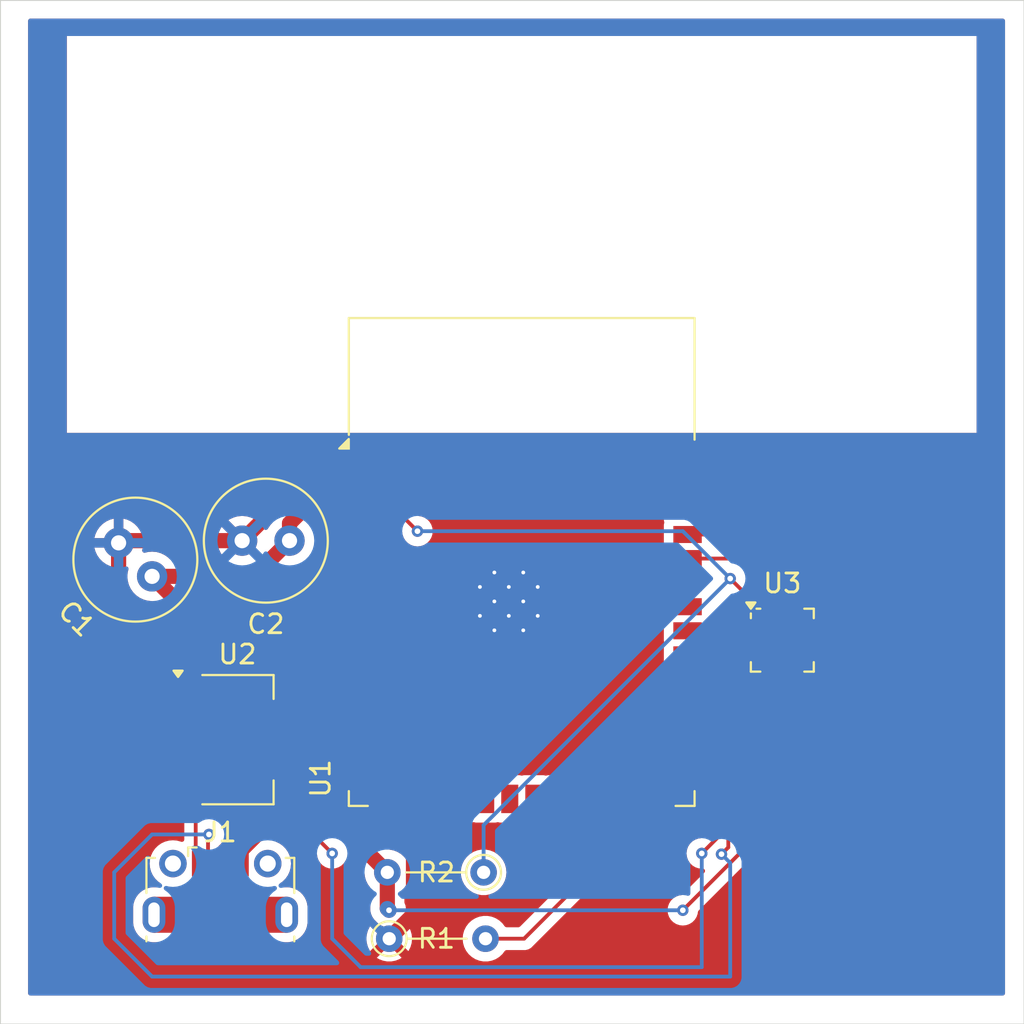
<source format=kicad_pcb>
(kicad_pcb (version 20240108) (generator "pcbnew") (generator_version "8.0")
  (layers (0 "F.Cu" signal) (31 "B.Cu" signal) (34 "B.Paste" user) (35 "F.Paste" user) (36 "B.SilkS" user "B.Silkscreen") (37 "F.SilkS" user "F.Silkscreen") (38 "B.Mask" user) (39 "F.Mask" user) (44 "Edge.Cuts" user))
  (net 0 "")
  (net 1 "GND")
  (net 2 "/+3.3V")
  (net 4 "/VBUS")
  (net 5 "unconnected-(J1-Shield-Pad6)_1")
  (net 9 "/D-")
  (net 14 "/D+")
  (net 15 "/GPIO0")
  (net 35 "/RX")
  (net 47 "/TX")
  (net 51 "/EN")
  (net 53 "/CTS")
  (footprint "Connector_USB:USB_Micro-B_Molex-105017-0001" (layer "F.Cu") (at 103.6 101)
    (property "Reference" "J1" (at 0 -3.1125 0) (layer "F.SilkS"))
    (property "Value" "USB_B_Micro")
    (fp_line (start -3.9 -1.7625) (end -3.45 -1.7625) (stroke (width 0.12)) (layer "F.SilkS"))
    (fp_line (start -3.9 0.0875) (end -3.9 -1.7625) (stroke (width 0.12)) (layer "F.SilkS"))
    (fp_line (start -3.9 2.6375) (end -3.9 2.3875) (stroke (width 0.12)) (layer "F.SilkS"))
    (fp_line (start -1.7 -2.3125) (end -1.7 -1.8625) (stroke (width 0.12)) (layer "F.SilkS"))
    (fp_line (start -1.7 -2.3125) (end -1.25 -2.3125) (stroke (width 0.12)) (layer "F.SilkS"))
    (fp_line (start 3.9 -1.7625) (end 3.45 -1.7625) (stroke (width 0.12)) (layer "F.SilkS"))
    (fp_line (start 3.9 0.0875) (end 3.9 -1.7625) (stroke (width 0.12)) (layer "F.SilkS"))
    (fp_line (start 3.9 2.6375) (end 3.9 2.3875) (stroke (width 0.12)) (layer "F.SilkS"))
    (pad "1" smd rect (at -1.3 -1.4625) (size 0.4 1.35) (layers "F.Cu" "F.Paste" "F.Mask") (net 4 "/VBUS"))
    (pad "2" smd rect (at -0.65 -1.4625) (size 0.4 1.35) (layers "F.Cu" "F.Paste" "F.Mask") (net 9 "/D-"))
    (pad "3" smd rect (at 0 -1.4625) (size 0.4 1.35) (layers "F.Cu" "F.Paste" "F.Mask") (net 14 "/D+"))
    (pad "4" smd rect (at 0.65 -1.4625) (size 0.4 1.35) (layers "F.Cu" "F.Paste" "F.Mask"))
    (pad "5" smd rect (at 1.3 -1.4625) (size 0.4 1.35) (layers "F.Cu" "F.Paste" "F.Mask") (net 1 "GND"))
    (pad "6" thru_hole oval (at -3.5 1.2375 180) (size 1.2 1.9) (drill oval 0.6 1.3) (property pad_prop_heatsink) (layers "*.Cu" "*.Mask" "In1.Cu" "In2.Cu" "In3.Cu" "In4.Cu" "In5.Cu" "In6.Cu" "In7.Cu" "In8.Cu" "In9.Cu" "In10.Cu" "In11.Cu" "In12.Cu" "In13.Cu" "In14.Cu" "In15.Cu" "In16.Cu" "In17.Cu" "In18.Cu" "In19.Cu" "In20.Cu" "In21.Cu" "In22.Cu" "In23.Cu" "In24.Cu" "In25.Cu" "In26.Cu" "In27.Cu" "In28.Cu" "In29.Cu" "In30.Cu"))
    (pad "6" smd rect (at -2.9 1.2375) (size 1.2 1.9) (layers "F.Cu" "F.Mask"))
    (pad "6" thru_hole circle (at -2.5 -1.4625) (size 1.45 1.45) (drill 0.85) (property pad_prop_heatsink) (layers "*.Cu" "*.Mask" "In1.Cu" "In2.Cu" "In3.Cu" "In4.Cu" "In5.Cu" "In6.Cu" "In7.Cu" "In8.Cu" "In9.Cu" "In10.Cu" "In11.Cu" "In12.Cu" "In13.Cu" "In14.Cu" "In15.Cu" "In16.Cu" "In17.Cu" "In18.Cu" "In19.Cu" "In20.Cu" "In21.Cu" "In22.Cu" "In23.Cu" "In24.Cu" "In25.Cu" "In26.Cu" "In27.Cu" "In28.Cu" "In29.Cu" "In30.Cu"))
    (pad "6" smd rect (at -1 1.2375) (size 1.5 1.9) (layers "F.Cu" "F.Paste" "F.Mask"))
    (pad "6" smd rect (at 1 1.2375) (size 1.5 1.9) (layers "F.Cu" "F.Paste" "F.Mask"))
    (pad "6" thru_hole circle (at 2.5 -1.4625) (size 1.45 1.45) (drill 0.85) (property pad_prop_heatsink) (layers "*.Cu" "*.Mask" "In1.Cu" "In2.Cu" "In3.Cu" "In4.Cu" "In5.Cu" "In6.Cu" "In7.Cu" "In8.Cu" "In9.Cu" "In10.Cu" "In11.Cu" "In12.Cu" "In13.Cu" "In14.Cu" "In15.Cu" "In16.Cu" "In17.Cu" "In18.Cu" "In19.Cu" "In20.Cu" "In21.Cu" "In22.Cu" "In23.Cu" "In24.Cu" "In25.Cu" "In26.Cu" "In27.Cu" "In28.Cu" "In29.Cu" "In30.Cu") (net 5 "unconnected-(J1-Shield-Pad6)_1"))
    (pad "6" smd rect (at 2.9 1.2375) (size 1.2 1.9) (layers "F.Cu" "F.Mask"))
    (pad "6" thru_hole oval (at 3.5 1.2375) (size 1.2 1.9) (drill oval 0.6 1.3) (property pad_prop_heatsink) (layers "*.Cu" "*.Mask" "In1.Cu" "In2.Cu" "In3.Cu" "In4.Cu" "In5.Cu" "In6.Cu" "In7.Cu" "In8.Cu" "In9.Cu" "In10.Cu" "In11.Cu" "In12.Cu" "In13.Cu" "In14.Cu" "In15.Cu" "In16.Cu" "In17.Cu" "In18.Cu" "In19.Cu" "In20.Cu" "In21.Cu" "In22.Cu" "In23.Cu" "In24.Cu" "In25.Cu" "In26.Cu" "In27.Cu" "In28.Cu" "In29.Cu" "In30.Cu"))
  )
  (footprint "Capacitor_THT:C_Radial_D6.3mm_H11.0mm_P2.50mm" (layer "F.Cu") (at 107.249999 82.5 180)
    (property "Reference" "C2" (at 1.25 -4.4 0) (layer "F.SilkS"))
    (property "Value" "0.00001")
    (fp_circle (center 1.25 0) (end 4.52 0) (stroke (width 0.12)) (fill none) (layer "F.SilkS"))
    (pad "1" thru_hole circle (at 0 0 180) (size 1.6 1.6) (drill 0.8) (layers "*.Cu" "*.Mask" "In1.Cu" "In2.Cu" "In3.Cu" "In4.Cu" "In5.Cu" "In6.Cu" "In7.Cu" "In8.Cu" "In9.Cu" "In10.Cu" "In11.Cu" "In12.Cu" "In13.Cu" "In14.Cu" "In15.Cu" "In16.Cu" "In17.Cu" "In18.Cu" "In19.Cu" "In20.Cu" "In21.Cu" "In22.Cu" "In23.Cu" "In24.Cu" "In25.Cu" "In26.Cu" "In27.Cu" "In28.Cu" "In29.Cu" "In30.Cu") (net 2 "/+3.3V"))
    (pad "2" thru_hole circle (at 2.5 0 180) (size 1.6 1.6) (drill 0.8) (layers "*.Cu" "*.Mask" "In1.Cu" "In2.Cu" "In3.Cu" "In4.Cu" "In5.Cu" "In6.Cu" "In7.Cu" "In8.Cu" "In9.Cu" "In10.Cu" "In11.Cu" "In12.Cu" "In13.Cu" "In14.Cu" "In15.Cu" "In16.Cu" "In17.Cu" "In18.Cu" "In19.Cu" "In20.Cu" "In21.Cu" "In22.Cu" "In23.Cu" "In24.Cu" "In25.Cu" "In26.Cu" "In27.Cu" "In28.Cu" "In29.Cu" "In30.Cu") (net 1 "GND"))
  )
  (footprint "Capacitor_THT:C_Radial_D6.3mm_H11.0mm_P2.50mm" (layer "F.Cu") (at 100 84.383883 135)
    (property "Reference" "C1" (at 1.25 -4.4 135) (layer "F.SilkS"))
    (property "Value" "0.0000001")
    (fp_circle (center 1.249999 0) (end 4.52 0) (stroke (width 0.12)) (fill none) (layer "F.SilkS"))
    (pad "1" thru_hole circle (at 0 0 135) (size 1.6 1.6) (drill 0.8) (layers "*.Cu" "*.Mask" "In1.Cu" "In2.Cu" "In3.Cu" "In4.Cu" "In5.Cu" "In6.Cu" "In7.Cu" "In8.Cu" "In9.Cu" "In10.Cu" "In11.Cu" "In12.Cu" "In13.Cu" "In14.Cu" "In15.Cu" "In16.Cu" "In17.Cu" "In18.Cu" "In19.Cu" "In20.Cu" "In21.Cu" "In22.Cu" "In23.Cu" "In24.Cu" "In25.Cu" "In26.Cu" "In27.Cu" "In28.Cu" "In29.Cu" "In30.Cu") (net 2 "/+3.3V"))
    (pad "2" thru_hole circle (at 2.5 0 135) (size 1.6 1.6) (drill 0.8) (layers "*.Cu" "*.Mask" "In1.Cu" "In2.Cu" "In3.Cu" "In4.Cu" "In5.Cu" "In6.Cu" "In7.Cu" "In8.Cu" "In9.Cu" "In10.Cu" "In11.Cu" "In12.Cu" "In13.Cu" "In14.Cu" "In15.Cu" "In16.Cu" "In17.Cu" "In18.Cu" "In19.Cu" "In20.Cu" "In21.Cu" "In22.Cu" "In23.Cu" "In24.Cu" "In25.Cu" "In26.Cu" "In27.Cu" "In28.Cu" "In29.Cu" "In30.Cu") (net 1 "GND"))
  )
  (footprint "RF_Module:ESP32-WROOM-32" (layer "F.Cu") (at 119.5 86.615)
    (property "Reference" "U1" (at -10.61 8.43 90) (layer "F.SilkS"))
    (property "Value" "ESP32-WROOM-32")
    (fp_line (start -9.12 -15.86) (end -9.12 -9.7) (stroke (width 0.12)) (layer "F.SilkS"))
    (fp_line (start -9.12 -15.86) (end 9.12 -15.86) (stroke (width 0.12)) (layer "F.SilkS"))
    (fp_line (start -9.12 9.1) (end -9.12 9.88) (stroke (width 0.12)) (layer "F.SilkS"))
    (fp_line (start -9.12 9.88) (end -8.12 9.88) (stroke (width 0.12)) (layer "F.SilkS"))
    (fp_line (start 9.12 -15.86) (end 9.12 -9.445) (stroke (width 0.12)) (layer "F.SilkS"))
    (fp_line (start 9.12 9.1) (end 9.12 9.88) (stroke (width 0.12)) (layer "F.SilkS"))
    (fp_line (start 9.12 9.88) (end 8.12 9.88) (stroke (width 0.12)) (layer "F.SilkS"))
    (fp_poly (pts (xy -9.125 -8.975) (xy -9.625 -8.975) (xy -9.125 -9.475) (xy -9.125 -8.975)) (stroke (width 0.12)) (fill solid) (layer "F.SilkS"))
    (pad "1" smd rect (at -8.75 -8.25) (size 1.5 0.9) (layers "F.Cu" "F.Paste" "F.Mask") (net 1 "GND"))
    (pad "2" smd rect (at -8.75 -6.98) (size 1.5 0.9) (layers "F.Cu" "F.Paste" "F.Mask") (net 2 "/+3.3V"))
    (pad "3" smd rect (at -8.75 -5.71) (size 1.5 0.9) (layers "F.Cu" "F.Paste" "F.Mask") (net 51 "/EN"))
    (pad "4" smd rect (at -8.75 -4.44) (size 1.5 0.9) (layers "F.Cu" "F.Paste" "F.Mask"))
    (pad "5" smd rect (at -8.75 -3.17) (size 1.5 0.9) (layers "F.Cu" "F.Paste" "F.Mask"))
    (pad "6" smd rect (at -8.75 -1.9) (size 1.5 0.9) (layers "F.Cu" "F.Paste" "F.Mask"))
    (pad "7" smd rect (at -8.75 -0.63) (size 1.5 0.9) (layers "F.Cu" "F.Paste" "F.Mask"))
    (pad "8" smd rect (at -8.75 0.64) (size 1.5 0.9) (layers "F.Cu" "F.Paste" "F.Mask"))
    (pad "9" smd rect (at -8.75 1.91) (size 1.5 0.9) (layers "F.Cu" "F.Paste" "F.Mask"))
    (pad "10" smd rect (at -8.75 3.18) (size 1.5 0.9) (layers "F.Cu" "F.Paste" "F.Mask"))
    (pad "11" smd rect (at -8.75 4.45) (size 1.5 0.9) (layers "F.Cu" "F.Paste" "F.Mask"))
    (pad "12" smd rect (at -8.75 5.72) (size 1.5 0.9) (layers "F.Cu" "F.Paste" "F.Mask"))
    (pad "13" smd rect (at -8.75 6.99) (size 1.5 0.9) (layers "F.Cu" "F.Paste" "F.Mask"))
    (pad "14" smd rect (at -8.75 8.26) (size 1.5 0.9) (layers "F.Cu" "F.Paste" "F.Mask"))
    (pad "15" smd rect (at -5.71 9.51 90) (size 1.5 0.9) (layers "F.Cu" "F.Paste" "F.Mask") (net 1 "GND"))
    (pad "16" smd rect (at -4.44 9.51 90) (size 1.5 0.9) (layers "F.Cu" "F.Paste" "F.Mask"))
    (pad "17" smd rect (at -3.17 9.51 90) (size 1.5 0.9) (layers "F.Cu" "F.Paste" "F.Mask"))
    (pad "18" smd rect (at -1.9 9.51 90) (size 1.5 0.9) (layers "F.Cu" "F.Paste" "F.Mask"))
    (pad "19" smd rect (at -0.63 9.51 90) (size 1.5 0.9) (layers "F.Cu" "F.Paste" "F.Mask"))
    (pad "20" smd rect (at 0.64 9.51 90) (size 1.5 0.9) (layers "F.Cu" "F.Paste" "F.Mask"))
    (pad "21" smd rect (at 1.91 9.51 90) (size 1.5 0.9) (layers "F.Cu" "F.Paste" "F.Mask"))
    (pad "22" smd rect (at 3.18 9.51 90) (size 1.5 0.9) (layers "F.Cu" "F.Paste" "F.Mask"))
    (pad "23" smd rect (at 4.45 9.51 90) (size 1.5 0.9) (layers "F.Cu" "F.Paste" "F.Mask"))
    (pad "24" smd rect (at 5.72 9.51 90) (size 1.5 0.9) (layers "F.Cu" "F.Paste" "F.Mask"))
    (pad "25" smd rect (at 8.75 8.26) (size 1.5 0.9) (layers "F.Cu" "F.Paste" "F.Mask") (net 15 "/GPIO0"))
    (pad "26" smd rect (at 8.75 6.99) (size 1.5 0.9) (layers "F.Cu" "F.Paste" "F.Mask"))
    (pad "27" smd rect (at 8.75 5.72) (size 1.5 0.9) (layers "F.Cu" "F.Paste" "F.Mask"))
    (pad "28" smd rect (at 8.75 4.45) (size 1.5 0.9) (layers "F.Cu" "F.Paste" "F.Mask"))
    (pad "29" smd rect (at 8.75 3.18) (size 1.5 0.9) (layers "F.Cu" "F.Paste" "F.Mask"))
    (pad "30" smd rect (at 8.75 1.91) (size 1.5 0.9) (layers "F.Cu" "F.Paste" "F.Mask"))
    (pad "31" smd rect (at 8.75 0.64) (size 1.5 0.9) (layers "F.Cu" "F.Paste" "F.Mask"))
    (pad "32" smd rect (at 8.75 -0.63) (size 1.5 0.9) (layers "F.Cu" "F.Paste" "F.Mask"))
    (pad "33" smd rect (at 8.75 -1.9) (size 1.5 0.9) (layers "F.Cu" "F.Paste" "F.Mask"))
    (pad "34" smd rect (at 8.75 -3.17) (size 1.5 0.9) (layers "F.Cu" "F.Paste" "F.Mask") (net 47 "/TX"))
    (pad "35" smd rect (at 8.75 -4.44) (size 1.5 0.9) (layers "F.Cu" "F.Paste" "F.Mask") (net 35 "/RX"))
    (pad "36" smd rect (at 8.75 -5.71) (size 1.5 0.9) (layers "F.Cu" "F.Paste" "F.Mask"))
    (pad "37" smd rect (at 8.75 -6.98) (size 1.5 0.9) (layers "F.Cu" "F.Paste" "F.Mask"))
    (pad "38" smd rect (at 8.75 -8.25) (size 1.5 0.9) (layers "F.Cu" "F.Paste" "F.Mask") (net 1 "GND"))
    (pad "39" smd rect (at -2.205 -2.435) (size 1.05 1.05) (layers "F.Cu" "F.Paste") (net 1 "GND"))
    (pad "39" thru_hole circle (at -2.205 -1.6725) (size 0.6 0.6) (drill 0.2) (property pad_prop_heatsink) (layers "*.Cu" "In1.Cu" "In2.Cu" "In3.Cu" "In4.Cu" "In5.Cu" "In6.Cu" "In7.Cu" "In8.Cu" "In9.Cu" "In10.Cu" "In11.Cu" "In12.Cu" "In13.Cu" "In14.Cu" "In15.Cu" "In16.Cu" "In17.Cu" "In18.Cu" "In19.Cu" "In20.Cu" "In21.Cu" "In22.Cu" "In23.Cu" "In24.Cu" "In25.Cu" "In26.Cu" "In27.Cu" "In28.Cu" "In29.Cu" "In30.Cu" "F.Mask") (net 1 "GND"))
    (pad "39" smd rect (at -2.205 -0.91) (size 1.05 1.05) (layers "F.Cu" "F.Paste") (net 1 "GND"))
    (pad "39" thru_hole circle (at -2.205 -0.1475) (size 0.6 0.6) (drill 0.2) (property pad_prop_heatsink) (layers "*.Cu" "In1.Cu" "In2.Cu" "In3.Cu" "In4.Cu" "In5.Cu" "In6.Cu" "In7.Cu" "In8.Cu" "In9.Cu" "In10.Cu" "In11.Cu" "In12.Cu" "In13.Cu" "In14.Cu" "In15.Cu" "In16.Cu" "In17.Cu" "In18.Cu" "In19.Cu" "In20.Cu" "In21.Cu" "In22.Cu" "In23.Cu" "In24.Cu" "In25.Cu" "In26.Cu" "In27.Cu" "In28.Cu" "In29.Cu" "In30.Cu" "F.Mask") (net 1 "GND"))
    (pad "39" smd rect (at -2.205 0.615) (size 1.05 1.05) (layers "F.Cu" "F.Paste") (net 1 "GND"))
    (pad "39" thru_hole circle (at -1.4425 -2.435) (size 0.6 0.6) (drill 0.2) (property pad_prop_heatsink) (layers "*.Cu" "In1.Cu" "In2.Cu" "In3.Cu" "In4.Cu" "In5.Cu" "In6.Cu" "In7.Cu" "In8.Cu" "In9.Cu" "In10.Cu" "In11.Cu" "In12.Cu" "In13.Cu" "In14.Cu" "In15.Cu" "In16.Cu" "In17.Cu" "In18.Cu" "In19.Cu" "In20.Cu" "In21.Cu" "In22.Cu" "In23.Cu" "In24.Cu" "In25.Cu" "In26.Cu" "In27.Cu" "In28.Cu" "In29.Cu" "In30.Cu" "F.Mask") (net 1 "GND"))
    (pad "39" thru_hole circle (at -1.4425 -0.91) (size 0.6 0.6) (drill 0.2) (property pad_prop_heatsink) (layers "*.Cu" "In1.Cu" "In2.Cu" "In3.Cu" "In4.Cu" "In5.Cu" "In6.Cu" "In7.Cu" "In8.Cu" "In9.Cu" "In10.Cu" "In11.Cu" "In12.Cu" "In13.Cu" "In14.Cu" "In15.Cu" "In16.Cu" "In17.Cu" "In18.Cu" "In19.Cu" "In20.Cu" "In21.Cu" "In22.Cu" "In23.Cu" "In24.Cu" "In25.Cu" "In26.Cu" "In27.Cu" "In28.Cu" "In29.Cu" "In30.Cu" "F.Mask") (net 1 "GND"))
    (pad "39" thru_hole circle (at -1.4425 0.615) (size 0.6 0.6) (drill 0.2) (property pad_prop_heatsink) (layers "*.Cu" "In1.Cu" "In2.Cu" "In3.Cu" "In4.Cu" "In5.Cu" "In6.Cu" "In7.Cu" "In8.Cu" "In9.Cu" "In10.Cu" "In11.Cu" "In12.Cu" "In13.Cu" "In14.Cu" "In15.Cu" "In16.Cu" "In17.Cu" "In18.Cu" "In19.Cu" "In20.Cu" "In21.Cu" "In22.Cu" "In23.Cu" "In24.Cu" "In25.Cu" "In26.Cu" "In27.Cu" "In28.Cu" "In29.Cu" "In30.Cu" "F.Mask") (net 1 "GND"))
    (pad "39" smd rect (at -0.68 -2.435) (size 1.05 1.05) (layers "F.Cu" "F.Paste") (net 1 "GND"))
    (pad "39" thru_hole circle (at -0.68 -1.6725) (size 0.6 0.6) (drill 0.2) (property pad_prop_heatsink) (layers "*.Cu" "In1.Cu" "In2.Cu" "In3.Cu" "In4.Cu" "In5.Cu" "In6.Cu" "In7.Cu" "In8.Cu" "In9.Cu" "In10.Cu" "In11.Cu" "In12.Cu" "In13.Cu" "In14.Cu" "In15.Cu" "In16.Cu" "In17.Cu" "In18.Cu" "In19.Cu" "In20.Cu" "In21.Cu" "In22.Cu" "In23.Cu" "In24.Cu" "In25.Cu" "In26.Cu" "In27.Cu" "In28.Cu" "In29.Cu" "In30.Cu" "F.Mask") (net 1 "GND"))
    (pad "39" smd rect (at -0.68 -0.91) (size 1.05 1.05) (layers "F.Cu" "F.Paste") (net 1 "GND"))
    (pad "39" smd rect (at -0.68 -0.91) (size 4.2 4.2) (property pad_prop_heatsink) (layers "F.Cu" "F.Mask") (net 1 "GND"))
    (pad "39" thru_hole circle (at -0.68 -0.1475) (size 0.6 0.6) (drill 0.2) (property pad_prop_heatsink) (layers "*.Cu" "In1.Cu" "In2.Cu" "In3.Cu" "In4.Cu" "In5.Cu" "In6.Cu" "In7.Cu" "In8.Cu" "In9.Cu" "In10.Cu" "In11.Cu" "In12.Cu" "In13.Cu" "In14.Cu" "In15.Cu" "In16.Cu" "In17.Cu" "In18.Cu" "In19.Cu" "In20.Cu" "In21.Cu" "In22.Cu" "In23.Cu" "In24.Cu" "In25.Cu" "In26.Cu" "In27.Cu" "In28.Cu" "In29.Cu" "In30.Cu" "F.Mask") (net 1 "GND"))
    (pad "39" smd rect (at -0.68 0.615) (size 1.05 1.05) (layers "F.Cu" "F.Paste") (net 1 "GND"))
    (pad "39" thru_hole circle (at 0.0825 -2.435) (size 0.6 0.6) (drill 0.2) (property pad_prop_heatsink) (layers "*.Cu" "In1.Cu" "In2.Cu" "In3.Cu" "In4.Cu" "In5.Cu" "In6.Cu" "In7.Cu" "In8.Cu" "In9.Cu" "In10.Cu" "In11.Cu" "In12.Cu" "In13.Cu" "In14.Cu" "In15.Cu" "In16.Cu" "In17.Cu" "In18.Cu" "In19.Cu" "In20.Cu" "In21.Cu" "In22.Cu" "In23.Cu" "In24.Cu" "In25.Cu" "In26.Cu" "In27.Cu" "In28.Cu" "In29.Cu" "In30.Cu" "F.Mask") (net 1 "GND"))
    (pad "39" thru_hole circle (at 0.0825 -0.91) (size 0.6 0.6) (drill 0.2) (property pad_prop_heatsink) (layers "*.Cu" "In1.Cu" "In2.Cu" "In3.Cu" "In4.Cu" "In5.Cu" "In6.Cu" "In7.Cu" "In8.Cu" "In9.Cu" "In10.Cu" "In11.Cu" "In12.Cu" "In13.Cu" "In14.Cu" "In15.Cu" "In16.Cu" "In17.Cu" "In18.Cu" "In19.Cu" "In20.Cu" "In21.Cu" "In22.Cu" "In23.Cu" "In24.Cu" "In25.Cu" "In26.Cu" "In27.Cu" "In28.Cu" "In29.Cu" "In30.Cu" "F.Mask") (net 1 "GND"))
    (pad "39" thru_hole circle (at 0.0825 0.615) (size 0.6 0.6) (drill 0.2) (property pad_prop_heatsink) (layers "*.Cu" "In1.Cu" "In2.Cu" "In3.Cu" "In4.Cu" "In5.Cu" "In6.Cu" "In7.Cu" "In8.Cu" "In9.Cu" "In10.Cu" "In11.Cu" "In12.Cu" "In13.Cu" "In14.Cu" "In15.Cu" "In16.Cu" "In17.Cu" "In18.Cu" "In19.Cu" "In20.Cu" "In21.Cu" "In22.Cu" "In23.Cu" "In24.Cu" "In25.Cu" "In26.Cu" "In27.Cu" "In28.Cu" "In29.Cu" "In30.Cu" "F.Mask") (net 1 "GND"))
    (pad "39" smd rect (at 0.845 -2.435) (size 1.05 1.05) (layers "F.Cu" "F.Paste") (net 1 "GND"))
    (pad "39" thru_hole circle (at 0.845 -1.6725) (size 0.6 0.6) (drill 0.2) (property pad_prop_heatsink) (layers "*.Cu" "In1.Cu" "In2.Cu" "In3.Cu" "In4.Cu" "In5.Cu" "In6.Cu" "In7.Cu" "In8.Cu" "In9.Cu" "In10.Cu" "In11.Cu" "In12.Cu" "In13.Cu" "In14.Cu" "In15.Cu" "In16.Cu" "In17.Cu" "In18.Cu" "In19.Cu" "In20.Cu" "In21.Cu" "In22.Cu" "In23.Cu" "In24.Cu" "In25.Cu" "In26.Cu" "In27.Cu" "In28.Cu" "In29.Cu" "In30.Cu" "F.Mask") (net 1 "GND"))
    (pad "39" smd rect (at 0.845 -0.91) (size 1.05 1.05) (layers "F.Cu" "F.Paste") (net 1 "GND"))
    (pad "39" thru_hole circle (at 0.845 -0.1475) (size 0.6 0.6) (drill 0.2) (property pad_prop_heatsink) (layers "*.Cu" "In1.Cu" "In2.Cu" "In3.Cu" "In4.Cu" "In5.Cu" "In6.Cu" "In7.Cu" "In8.Cu" "In9.Cu" "In10.Cu" "In11.Cu" "In12.Cu" "In13.Cu" "In14.Cu" "In15.Cu" "In16.Cu" "In17.Cu" "In18.Cu" "In19.Cu" "In20.Cu" "In21.Cu" "In22.Cu" "In23.Cu" "In24.Cu" "In25.Cu" "In26.Cu" "In27.Cu" "In28.Cu" "In29.Cu" "In30.Cu" "F.Mask") (net 1 "GND"))
    (pad "39" smd rect (at 0.845 0.615) (size 1.05 1.05) (layers "F.Cu" "F.Paste") (net 1 "GND"))
    (zone (net 0) (net_name "") (layers "F.Cu" "B.Cu") (connect_pads (clearance 0)) (min_thickness 0.254)
      (keepout (tracks not_allowed) (vias not_allowed) (pads not_allowed) (copperpour not_allowed) (footprints not_allowed))
      (fill (thermal_gap 0.508) (thermal_bridge_width 0.508))
      (polygon (pts (xy 95.5 76.815) (xy 143.5 76.815) (xy 143.5 55.875) (xy 95.5 55.875)))
    )
  )
  (footprint "Resistor_THT:R_Axial_DIN0204_L3.6mm_D1.6mm_P5.08mm_Vertical" (layer "F.Cu") (at 112.51 103.5)
    (property "Reference" "R2" (at 2.49 -3.5 0) (layer "F.SilkS"))
    (property "Value" "10000")
    (fp_line (start 0.92 0) (end 4.08 0) (stroke (width 0.12)) (layer "F.SilkS"))
    (fp_circle (center 0 0) (end 0.92 0) (stroke (width 0.12)) (fill none) (layer "F.SilkS"))
    (pad "1" thru_hole circle (at 0 0) (size 1.4 1.4) (drill 0.7) (layers "*.Cu" "*.Mask" "In1.Cu" "In2.Cu" "In3.Cu" "In4.Cu" "In5.Cu" "In6.Cu" "In7.Cu" "In8.Cu" "In9.Cu" "In10.Cu" "In11.Cu" "In12.Cu" "In13.Cu" "In14.Cu" "In15.Cu" "In16.Cu" "In17.Cu" "In18.Cu" "In19.Cu" "In20.Cu" "In21.Cu" "In22.Cu" "In23.Cu" "In24.Cu" "In25.Cu" "In26.Cu" "In27.Cu" "In28.Cu" "In29.Cu" "In30.Cu") (net 1 "GND"))
    (pad "2" thru_hole oval (at 5.08 0) (size 1.4 1.4) (drill 0.7) (layers "*.Cu" "*.Mask" "In1.Cu" "In2.Cu" "In3.Cu" "In4.Cu" "In5.Cu" "In6.Cu" "In7.Cu" "In8.Cu" "In9.Cu" "In10.Cu" "In11.Cu" "In12.Cu" "In13.Cu" "In14.Cu" "In15.Cu" "In16.Cu" "In17.Cu" "In18.Cu" "In19.Cu" "In20.Cu" "In21.Cu" "In22.Cu" "In23.Cu" "In24.Cu" "In25.Cu" "In26.Cu" "In27.Cu" "In28.Cu" "In29.Cu" "In30.Cu") (net 15 "/GPIO0"))
  )
  (footprint "Package_DFN_QFN:SiliconLabs_QFN-20-1EP_3x3mm_P0.5mm_EP1.8x1.8mm" (layer "F.Cu") (at 133.25 87.75)
    (property "Reference" "U3" (at 0 -3 0) (layer "F.SilkS"))
    (property "Value" "CP2102N-Axx-xQFN20")
    (fp_line (start -1.66 -1.16) (end -1.66 -1.41) (stroke (width 0.12)) (layer "F.SilkS"))
    (fp_line (start -1.66 1.66) (end -1.66 1.16) (stroke (width 0.12)) (layer "F.SilkS"))
    (fp_line (start -1.16 -1.66) (end -1.36 -1.66) (stroke (width 0.12)) (layer "F.SilkS"))
    (fp_line (start -1.16 1.66) (end -1.66 1.66) (stroke (width 0.12)) (layer "F.SilkS"))
    (fp_line (start 1.16 -1.66) (end 1.66 -1.66) (stroke (width 0.12)) (layer "F.SilkS"))
    (fp_line (start 1.16 1.66) (end 1.66 1.66) (stroke (width 0.12)) (layer "F.SilkS"))
    (fp_line (start 1.66 -1.66) (end 1.66 -1.16) (stroke (width 0.12)) (layer "F.SilkS"))
    (fp_line (start 1.66 1.66) (end 1.66 1.16) (stroke (width 0.12)) (layer "F.SilkS"))
    (fp_poly (pts (xy -1.66 -1.66) (xy -1.9 -1.99) (xy -1.42 -1.99) (xy -1.66 -1.66)) (stroke (width 0.12)) (fill solid) (layer "F.SilkS"))
    (pad "1" smd rect (at -1.25 -1.25) (size 0.3 0.3) (layers "F.Cu" "F.Paste" "F.Mask") (net 51 "/EN"))
    (pad "2" smd rect (at -1.55 -0.75) (size 0.9 0.3) (layers "F.Cu" "F.Paste" "F.Mask") (net 15 "/GPIO0"))
    (pad "3" smd rect (at -1.55 -0.25) (size 0.9 0.3) (layers "F.Cu" "F.Paste" "F.Mask") (net 1 "GND"))
    (pad "4" smd rect (at -1.55 0.25) (size 0.9 0.3) (layers "F.Cu" "F.Paste" "F.Mask") (net 14 "/D+"))
    (pad "5" smd rect (at -1.55 0.75) (size 0.9 0.3) (layers "F.Cu" "F.Paste" "F.Mask") (net 9 "/D-"))
    (pad "6" smd rect (at -1.25 1.25) (size 0.3 0.3) (layers "F.Cu" "F.Paste" "F.Mask") (net 2 "/+3.3V"))
    (pad "7" smd rect (at -0.75 1.55 90) (size 0.9 0.3) (layers "F.Cu" "F.Paste" "F.Mask"))
    (pad "8" smd rect (at -0.25 1.55 90) (size 0.9 0.3) (layers "F.Cu" "F.Paste" "F.Mask"))
    (pad "9" smd rect (at 0.25 1.55 90) (size 0.9 0.3) (layers "F.Cu" "F.Paste" "F.Mask"))
    (pad "10" smd rect (at 0.75 1.55 90) (size 0.9 0.3) (layers "F.Cu" "F.Paste" "F.Mask"))
    (pad "11" smd rect (at 1.25 1.25) (size 0.3 0.3) (layers "F.Cu" "F.Paste" "F.Mask"))
    (pad "12" smd rect (at 1.55 0.75) (size 0.9 0.3) (layers "F.Cu" "F.Paste" "F.Mask") (net 1 "GND"))
    (pad "13" smd rect (at 1.55 0.25) (size 0.9 0.3) (layers "F.Cu" "F.Paste" "F.Mask"))
    (pad "14" smd rect (at 1.55 -0.25) (size 0.9 0.3) (layers "F.Cu" "F.Paste" "F.Mask"))
    (pad "15" smd rect (at 1.55 -0.75) (size 0.9 0.3) (layers "F.Cu" "F.Paste" "F.Mask") (net 53 "/CTS"))
    (pad "16" smd rect (at 1.25 -1.25) (size 0.3 0.3) (layers "F.Cu" "F.Paste" "F.Mask") (net 53 "/CTS"))
    (pad "17" smd rect (at 0.75 -1.55 90) (size 0.9 0.3) (layers "F.Cu" "F.Paste" "F.Mask") (net 35 "/RX"))
    (pad "18" smd rect (at 0.25 -1.55 90) (size 0.9 0.3) (layers "F.Cu" "F.Paste" "F.Mask") (net 47 "/TX"))
    (pad "19" smd rect (at -0.25 -1.55 90) (size 0.9 0.3) (layers "F.Cu" "F.Paste" "F.Mask"))
    (pad "20" smd rect (at -0.75 -1.55 90) (size 0.9 0.3) (layers "F.Cu" "F.Paste" "F.Mask"))
    (pad "21" smd rect (at 0 0) (size 1.8 1.8) (layers "F.Cu" "F.Mask") (net 1 "GND"))
  )
  (footprint "Resistor_THT:R_Axial_DIN0204_L3.6mm_D1.6mm_P5.08mm_Vertical" (layer "F.Cu") (at 117.49 100 180)
    (property "Reference" "R1" (at 2.49 -3.5 0) (layer "F.SilkS"))
    (property "Value" "10000")
    (fp_line (start 0.92 0) (end 4.08 0) (stroke (width 0.12)) (layer "F.SilkS"))
    (fp_circle (center 0 0) (end 0.92 0) (stroke (width 0.12)) (fill none) (layer "F.SilkS"))
    (pad "1" thru_hole circle (at 0 0 180) (size 1.4 1.4) (drill 0.7) (layers "*.Cu" "*.Mask" "In1.Cu" "In2.Cu" "In3.Cu" "In4.Cu" "In5.Cu" "In6.Cu" "In7.Cu" "In8.Cu" "In9.Cu" "In10.Cu" "In11.Cu" "In12.Cu" "In13.Cu" "In14.Cu" "In15.Cu" "In16.Cu" "In17.Cu" "In18.Cu" "In19.Cu" "In20.Cu" "In21.Cu" "In22.Cu" "In23.Cu" "In24.Cu" "In25.Cu" "In26.Cu" "In27.Cu" "In28.Cu" "In29.Cu" "In30.Cu") (net 51 "/EN"))
    (pad "2" thru_hole oval (at 5.079999 0 180) (size 1.4 1.4) (drill 0.7) (layers "*.Cu" "*.Mask" "In1.Cu" "In2.Cu" "In3.Cu" "In4.Cu" "In5.Cu" "In6.Cu" "In7.Cu" "In8.Cu" "In9.Cu" "In10.Cu" "In11.Cu" "In12.Cu" "In13.Cu" "In14.Cu" "In15.Cu" "In16.Cu" "In17.Cu" "In18.Cu" "In19.Cu" "In20.Cu" "In21.Cu" "In22.Cu" "In23.Cu" "In24.Cu" "In25.Cu" "In26.Cu" "In27.Cu" "In28.Cu" "In29.Cu" "In30.Cu") (net 2 "/+3.3V"))
  )
  (footprint "Package_TO_SOT_SMD:SOT-223-3_TabPin2" (layer "F.Cu") (at 104.5 93)
    (property "Reference" "U2" (at 0 -4.5 0) (layer "F.SilkS"))
    (property "Value" "AMS1117-3.3")
    (fp_line (start -1.85 -3.41) (end 1.91 -3.41) (stroke (width 0.12)) (layer "F.SilkS"))
    (fp_line (start -1.85 3.41) (end 1.91 3.41) (stroke (width 0.12)) (layer "F.SilkS"))
    (fp_line (start 1.91 -3.41) (end 1.91 -2.15) (stroke (width 0.12)) (layer "F.SilkS"))
    (fp_line (start 1.91 3.41) (end 1.91 2.15) (stroke (width 0.12)) (layer "F.SilkS"))
    (fp_poly (pts (xy -3.13 -3.31) (xy -3.37 -3.64) (xy -2.89 -3.64) (xy -3.13 -3.31)) (stroke (width 0.12)) (fill solid) (layer "F.SilkS"))
    (pad "1" smd roundrect (at -3.15 -2.3) (size 2 1.5) (layers "F.Cu" "F.Paste" "F.Mask") (net 1 "GND"))
    (pad "2" smd roundrect (at -3.15 0) (size 2 1.5) (layers "F.Cu" "F.Paste" "F.Mask") (net 2 "/+3.3V"))
    (pad "2" smd roundrect (at 3.15 0) (size 2 3.8) (layers "F.Cu" "F.Paste" "F.Mask") (net 2 "/+3.3V"))
    (pad "3" smd roundrect (at -3.15 2.3) (size 2 1.5) (layers "F.Cu" "F.Paste" "F.Mask") (net 4 "/VBUS"))
  )
  (gr_line (start 146 108) (end 92 108) (stroke (width 0.05)) (layer "Edge.Cuts"))
  (gr_line (start 93 54) (end 146 54) (stroke (width 0.05)) (layer "Edge.Cuts"))
  (gr_line (start 93 54) (end 92 54) (stroke (width 0.05)) (layer "Edge.Cuts"))
  (gr_line (start 146 54) (end 146 106.5) (stroke (width 0.05)) (layer "Edge.Cuts"))
  (gr_line (start 92 108) (end 92 54) (stroke (width 0.05)) (layer "Edge.Cuts"))
  (gr_line (start 146 106.5) (end 146 108) (stroke (width 0.05)) (layer "Edge.Cuts"))
  (segment (start 104.9 99.0625) (end 104.9 99.5375) (width 0.2) (layer "F.Cu") (net 1))
  (segment (start 113.945 102.065) (end 112.51 103.5) (width 0.8) (layer "F.Cu") (net 1))
  (segment (start 108.884999 78.365) (end 110.75 78.365) (width 0.8) (layer "F.Cu") (net 1))
  (segment (start 117.45 84.45) (end 117.45 83.63) (width 0.8) (layer "F.Cu") (net 1))
  (segment (start 133.5 88.5) (end 133.25 88.25) (width 0.2) (layer "F.Cu") (net 1))
  (segment (start 98.232233 87.582233) (end 101.35 90.7) (width 0.8) (layer "F.Cu") (net 1))
  (segment (start 128.25 78.365) (end 126.585 78.365) (width 0.8) (layer "F.Cu") (net 1))
  (segment (start 126.585 78.365) (end 113.79 91.16) (width 0.8) (layer "F.Cu") (net 1))
  (segment (start 98.348349 82.5) (end 98.232233 82.616116) (width 0.8) (layer "F.Cu") (net 1))
  (segment (start 133 87.5) (end 131.7 87.5) (width 0.2) (layer "F.Cu") (net 1))
  (segment (start 113.79 96.125) (end 113.79 101.91) (width 0.8) (layer "F.Cu") (net 1))
  (segment (start 135.45 88.5) (end 134.8 88.5) (width 0.2) (layer "F.Cu") (net 1))
  (segment (start 133.25 87.75) (end 133 87.5) (width 0.2) (layer "F.Cu") (net 1))
  (segment (start 105.9625 98) (end 104.9 99.0625) (width 0.2) (layer "F.Cu") (net 1))
  (segment (start 128.25 78.365) (end 129.085 78.365) (width 0.2) (layer "F.Cu") (net 1))
  (segment (start 135.6 88.35) (end 135.45 88.5) (width 0.2) (layer "F.Cu") (net 1))
  (segment (start 113.79 101.91) (end 113.945 102.065) (width 0.8) (layer "F.Cu") (net 1))
  (segment (start 104.749999 82.5) (end 98.348349 82.5) (width 0.8) (layer "F.Cu") (net 1))
  (segment (start 104.749999 82.5) (end 108.884999 78.365) (width 0.8) (layer "F.Cu") (net 1))
  (segment (start 98.232233 82.616116) (end 98.232233 87.582233) (width 0.8) (layer "F.Cu") (net 1))
  (segment (start 135.6 84.88) (end 135.6 88.35) (width 0.2) (layer "F.Cu") (net 1))
  (segment (start 107.01 98) (end 112.51 103.5) (width 0.2) (layer "F.Cu") (net 1))
  (segment (start 117.45 83.63) (end 112.185 78.365) (width 0.8) (layer "F.Cu") (net 1))
  (segment (start 105.9625 98) (end 107.01 98) (width 0.2) (layer "F.Cu") (net 1))
  (segment (start 112.185 78.365) (end 110.75 78.365) (width 0.8) (layer "F.Cu") (net 1))
  (segment (start 113.79 91.16) (end 113.79 96.125) (width 0.8) (layer "F.Cu") (net 1))
  (segment (start 133.25 88.25) (end 133.25 87.75) (width 0.2) (layer "F.Cu") (net 1))
  (segment (start 134.8 88.5) (end 133.5 88.5) (width 0.2) (layer "F.Cu") (net 1))
  (segment (start 129.085 78.365) (end 135.6 84.88) (width 0.2) (layer "F.Cu") (net 1))
  (segment (start 112.410001 101.910001) (end 112.5 102) (width 0.8) (layer "F.Cu") (net 2))
  (segment (start 112.410001 100) (end 112.410001 101.910001) (width 0.8) (layer "F.Cu") (net 2))
  (segment (start 132 89) (end 132 98) (width 0.2) (layer "F.Cu") (net 2))
  (segment (start 107.65 95.239999) (end 112.410001 100) (width 0.8) (layer "F.Cu") (net 2))
  (segment (start 107.65 93) (end 107.65 95.239999) (width 0.8) (layer "F.Cu") (net 2))
  (segment (start 103 87.383883) (end 103 92.35) (width 0.8) (layer "F.Cu") (net 2))
  (segment (start 103 92.35) (end 102.35 93) (width 0.8) (layer "F.Cu") (net 2))
  (segment (start 132 98) (end 128 102) (width 0.2) (layer "F.Cu") (net 2))
  (segment (start 107.249999 81.585001) (end 107.249999 82.5) (width 0.8) (layer "F.Cu") (net 2))
  (segment (start 101.35 93) (end 107.65 93) (width 0.8) (layer "F.Cu") (net 2))
  (segment (start 100 84.383883) (end 105.366116 84.383883) (width 0.8) (layer "F.Cu") (net 2))
  (segment (start 109.2 79.635) (end 107.249999 81.585001) (width 0.8) (layer "F.Cu") (net 2))
  (segment (start 110.75 79.635) (end 109.2 79.635) (width 0.8) (layer "F.Cu") (net 2))
  (segment (start 105.366116 84.383883) (end 107.249999 82.5) (width 0.8) (layer "F.Cu") (net 2))
  (segment (start 102.35 93) (end 101.35 93) (width 0.8) (layer "F.Cu") (net 2))
  (segment (start 100 84.383883) (end 103 87.383883) (width 0.8) (layer "F.Cu") (net 2))
  (via (at 128 102) (size 0.6) (drill 0.3) (layers "F.Cu" "B.Cu") (net 2))
  (via (at 112.5 102) (size 0.6) (drill 0.3) (layers "F.Cu" "B.Cu") (net 2))
  (segment (start 112.410001 101.910001) (end 112.5 102) (width 0.8) (layer "B.Cu") (net 2))
  (segment (start 128 102) (end 112.5 102) (width 0.2) (layer "B.Cu") (net 2))
  (segment (start 102.3 96.25) (end 101.35 95.3) (width 0.2) (layer "F.Cu") (net 4))
  (segment (start 101.35 95.3) (end 101.35 95.35) (width 0.8) (layer "F.Cu") (net 4))
  (segment (start 101.35 95.35) (end 101.5 95.5) (width 0.8) (layer "F.Cu") (net 4))
  (segment (start 102.3 99.5375) (end 102.3 96.25) (width 0.2) (layer "F.Cu") (net 4))
  (segment (start 106.3 99.5375) (end 106.3 99.0625) (width 0.2) (layer "F.Cu") (net 5))
  (segment (start 130.663604 88.45) (end 131.65 88.45) (width 0.2) (layer "F.Cu") (net 9))
  (segment (start 130.4 98.68076) (end 130.04038 99.04038) (width 0.2) (layer "F.Cu") (net 9))
  (segment (start 130.4 88.713604) (end 130.663604 88.45) (width 0.2) (layer "F.Cu") (net 9))
  (segment (start 102.95 99.5375) (end 102.95 98.05) (width 0.2) (layer "F.Cu") (net 9))
  (segment (start 102.95 98.05) (end 103 98) (width 0.2) (layer "F.Cu") (net 9))
  (segment (start 130.4 88.713604) (end 130.4 98.68076) (width 0.2) (layer "F.Cu") (net 9))
  (segment (start 131.65 88.45) (end 131.7 88.5) (width 0.2) (layer "F.Cu") (net 9))
  (via (at 103 98) (size 0.6) (drill 0.3) (layers "F.Cu" "B.Cu") (net 9))
  (via (at 130.04038 99.04038) (size 0.6) (drill 0.3) (layers "F.Cu" "B.Cu") (net 9))
  (segment (start 98 100) (end 100 98) (width 0.2) (layer "B.Cu") (net 9))
  (segment (start 100 98) (end 103 98) (width 0.2) (layer "B.Cu") (net 9))
  (segment (start 130.5 99.5) (end 130.5 105.5) (width 0.2) (layer "B.Cu") (net 9))
  (segment (start 98 103.5) (end 98 100) (width 0.2) (layer "B.Cu") (net 9))
  (segment (start 130.5 105.5) (end 100 105.5) (width 0.2) (layer "B.Cu") (net 9))
  (segment (start 130.04038 99.04038) (end 130.5 99.5) (width 0.2) (layer "B.Cu") (net 9))
  (segment (start 100 105.5) (end 98 103.5) (width 0.2) (layer "B.Cu") (net 9))
  (segment (start 103.6 98.6625) (end 104.7125 97.55) (width 0.2) (layer "F.Cu") (net 14))
  (segment (start 103.6 99.5375) (end 103.6 98.6625) (width 0.2) (layer "F.Cu") (net 14))
  (segment (start 130 88.547918) (end 130 98) (width 0.2) (layer "F.Cu") (net 14))
  (segment (start 131.7 88) (end 130.547918 88) (width 0.2) (layer "F.Cu") (net 14))
  (segment (start 104.7125 97.55) (end 108.05 97.55) (width 0.2) (layer "F.Cu") (net 14))
  (segment (start 108.05 97.55) (end 109.5 99) (width 0.2) (layer "F.Cu") (net 14))
  (segment (start 130.547918 88) (end 130 88.547918) (width 0.2) (layer "F.Cu") (net 14))
  (segment (start 130 98) (end 129 99) (width 0.2) (layer "F.Cu") (net 14))
  (via (at 129 99) (size 0.6) (drill 0.3) (layers "F.Cu" "B.Cu") (net 14))
  (via (at 109.5 99) (size 0.6) (drill 0.3) (layers "F.Cu" "B.Cu") (net 14))
  (segment (start 129 105) (end 129 99) (width 0.2) (layer "B.Cu") (net 14))
  (segment (start 109.5 103.5) (end 111 105) (width 0.2) (layer "B.Cu") (net 14))
  (segment (start 109.5 99) (end 109.5 103.5) (width 0.2) (layer "B.Cu") (net 14))
  (segment (start 111 105) (end 129 105) (width 0.2) (layer "B.Cu") (net 14))
  (segment (start 119.625 103.5) (end 128.25 94.875) (width 0.2) (layer "F.Cu") (net 15))
  (segment (start 117.59 103.5) (end 119.625 103.5) (width 0.2) (layer "F.Cu") (net 15))
  (segment (start 128.25 94.875) (end 129.08 94.875) (width 0.2) (layer "F.Cu") (net 15))
  (segment (start 129.455 88.445) (end 130.9 87) (width 0.2) (layer "F.Cu") (net 15))
  (segment (start 130.9 87) (end 131.7 87) (width 0.2) (layer "F.Cu") (net 15))
  (segment (start 129.455 94.5) (end 129.455 88.445) (width 0.2) (layer "F.Cu") (net 15))
  (segment (start 129.08 94.875) (end 129.455 94.5) (width 0.2) (layer "F.Cu") (net 15))
  (segment (start 130.740685 82.175) (end 134 85.434315) (width 0.2) (layer "F.Cu") (net 35))
  (segment (start 128.25 82.175) (end 130.740685 82.175) (width 0.2) (layer "F.Cu") (net 35))
  (segment (start 134 85.434315) (end 134 86.2) (width 0.2) (layer "F.Cu") (net 35))
  (segment (start 128.25 83.445) (end 131.445 83.445) (width 0.2) (layer "F.Cu") (net 47))
  (segment (start 131.445 83.445) (end 133.5 85.5) (width 0.2) (layer "F.Cu") (net 47))
  (segment (start 133.5 85.5) (end 133.5 86.2) (width 0.2) (layer "F.Cu") (net 47))
  (segment (start 113.175 81.175) (end 114 82) (width 0.2) (layer "F.Cu") (net 51))
  (segment (start 130.5 84.5) (end 132 86) (width 0.2) (layer "F.Cu") (net 51))
  (segment (start 132 86) (end 132 86.5) (width 0.2) (layer "F.Cu") (net 51))
  (segment (start 110.905 81.175) (end 113.175 81.175) (width 0.2) (layer "F.Cu") (net 51))
  (via (at 130.5 84.5) (size 0.6) (drill 0.3) (layers "F.Cu" "B.Cu") (net 51))
  (via (at 114 82) (size 0.6) (drill 0.3) (layers "F.Cu" "B.Cu") (net 51))
  (segment (start 114 82) (end 128 82) (width 0.2) (layer "B.Cu") (net 51))
  (segment (start 117.49 100) (end 117.49 97.51) (width 0.2) (layer "B.Cu") (net 51))
  (segment (start 128 82) (end 130.5 84.5) (width 0.2) (layer "B.Cu") (net 51))
  (segment (start 117.49 97.51) (end 130.5 84.5) (width 0.2) (layer "B.Cu") (net 51))
  (segment (start 134.5 86.5) (end 134.5 86.7) (width 0.2) (layer "F.Cu") (net 53))
  (segment (start 134.5 86.7) (end 134.8 87) (width 0.2) (layer "F.Cu") (net 53))
  (zone (net 1) (net_name "GND") (layers "F.Cu" "B.Cu") (connect_pads (clearance 0.5)) (min_thickness 0.25) (fill yes (thermal_gap 0.5) (thermal_bridge_width 0.5))
    (polygon (pts (xy 145 54.956068) (xy 145 106.5) (xy 93.456068 106.5) (xy 93.456068 54.956068)))
  )
)
</source>
